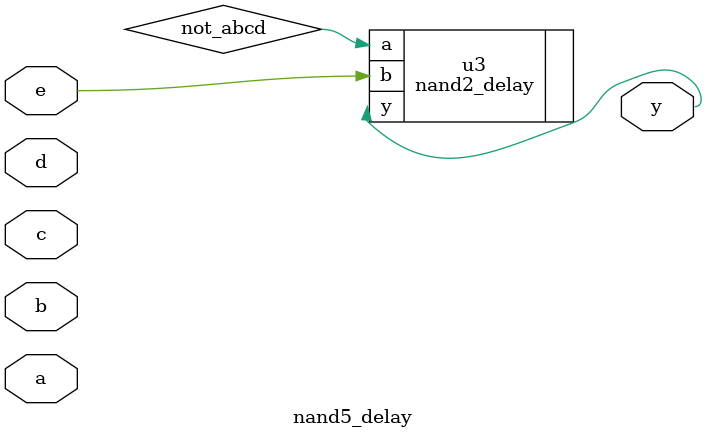
<source format=sv>
module nand5_delay (
    input  logic a,
    input  logic b,
    input  logic c,
    input  logic d,
    input  logic e,
    output logic y
);
	logic abcd, abcd_inv;

    nand4_delay u1
    (
        .a(a), 
        .b(b), 
        .c(c), 
        .d(d), 
        .y(abcd)
    );

    nand2_delay u2
    (
        .a(abcd), 
        .b(abcd), 
        .y(abcd_inv)
    );

    nand2_delay u3
    (
        .a(not_abcd), 
        .b(e), 
        .y(y)
    );

endmodule

</source>
